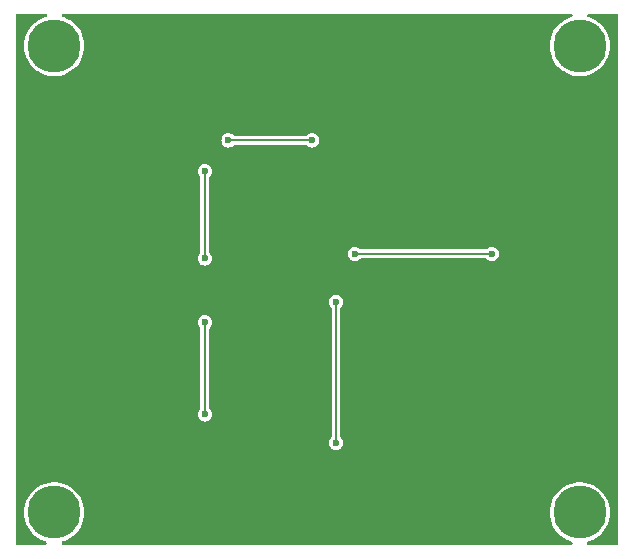
<source format=gbl>
G04 #@! TF.GenerationSoftware,KiCad,Pcbnew,7.0.4*
G04 #@! TF.CreationDate,2023-08-12T12:22:54+02:00*
G04 #@! TF.ProjectId,NB3_power,4e42335f-706f-4776-9572-2e6b69636164,0.0.4*
G04 #@! TF.SameCoordinates,PX7bfa480PY7c37510*
G04 #@! TF.FileFunction,Copper,L2,Bot*
G04 #@! TF.FilePolarity,Positive*
%FSLAX46Y46*%
G04 Gerber Fmt 4.6, Leading zero omitted, Abs format (unit mm)*
G04 Created by KiCad (PCBNEW 7.0.4) date 2023-08-12 12:22:54*
%MOMM*%
%LPD*%
G01*
G04 APERTURE LIST*
G04 #@! TA.AperFunction,WasherPad*
%ADD10C,4.500000*%
G04 #@! TD*
G04 #@! TA.AperFunction,ComponentPad*
%ADD11C,0.500000*%
G04 #@! TD*
G04 #@! TA.AperFunction,SMDPad,CuDef*
%ADD12R,1.800000X4.400000*%
G04 #@! TD*
G04 #@! TA.AperFunction,ViaPad*
%ADD13C,0.600000*%
G04 #@! TD*
G04 #@! TA.AperFunction,Conductor*
%ADD14C,0.150000*%
G04 #@! TD*
G04 APERTURE END LIST*
D10*
X3250000Y2750000D03*
X47750000Y42250000D03*
X47750000Y2750000D03*
X3250000Y42250000D03*
D11*
X30600000Y23850000D03*
X30600000Y22550000D03*
X30600000Y21250000D03*
X30600000Y19950000D03*
D12*
X31250000Y21900000D03*
D11*
X31900000Y23850000D03*
X31900000Y22550000D03*
X31900000Y21250000D03*
X31900000Y19950000D03*
D13*
X31250000Y18400000D03*
X20000000Y25650000D03*
X30500000Y34837500D03*
X42500000Y15250000D03*
X29500000Y36750000D03*
X31250000Y15150000D03*
X25000000Y17650000D03*
X1250000Y37750000D03*
X31750000Y25900000D03*
X20000000Y17650000D03*
X43500000Y15250000D03*
X23500000Y36750000D03*
X30000000Y15150000D03*
X32000000Y34837500D03*
X25000000Y25650000D03*
X1250000Y28750000D03*
X30500000Y25900000D03*
X22500000Y25650000D03*
X32500000Y15150000D03*
X22500000Y17650000D03*
X25100000Y34250000D03*
X18000000Y34250000D03*
X16000000Y11050000D03*
X16000000Y31650000D03*
X16000000Y18850000D03*
X16000000Y24250000D03*
X40300000Y24650000D03*
X28700000Y24650000D03*
X27100000Y8650000D03*
X27100000Y20565000D03*
D14*
X25100000Y34250000D02*
X18000000Y34250000D01*
X16000000Y31650000D02*
X16000000Y24250000D01*
X16000000Y11050000D02*
X16000000Y18850000D01*
X40300000Y24650000D02*
X28700000Y24650000D01*
X27100000Y8650000D02*
X27100000Y20565000D01*
G04 #@! TA.AperFunction,Conductor*
G36*
X2558948Y44969538D02*
G01*
X2613486Y44915000D01*
X2633448Y44840500D01*
X2613486Y44766000D01*
X2558948Y44711462D01*
X2521505Y44696183D01*
X2490934Y44688334D01*
X2460300Y44680468D01*
X2460294Y44680466D01*
X2161907Y44562326D01*
X2161900Y44562323D01*
X1880673Y44407718D01*
X1621032Y44219077D01*
X1387089Y43999391D01*
X1182518Y43752105D01*
X1010564Y43481149D01*
X1010561Y43481142D01*
X873916Y43190758D01*
X774744Y42885538D01*
X714608Y42570294D01*
X694457Y42250000D01*
X714608Y41929706D01*
X774744Y41614462D01*
X873916Y41309242D01*
X873919Y41309236D01*
X1010564Y41018852D01*
X1182518Y40747896D01*
X1182522Y40747890D01*
X1387089Y40500610D01*
X1621036Y40280920D01*
X1828744Y40130012D01*
X1880673Y40092283D01*
X2038755Y40005377D01*
X2161903Y39937676D01*
X2460294Y39819534D01*
X2771139Y39739723D01*
X3089536Y39699500D01*
X3410464Y39699500D01*
X3728861Y39739723D01*
X4039706Y39819534D01*
X4338097Y39937676D01*
X4619328Y40092284D01*
X4878964Y40280920D01*
X5112911Y40500610D01*
X5317478Y40747890D01*
X5489439Y41018858D01*
X5626084Y41309242D01*
X5725256Y41614462D01*
X5785392Y41929706D01*
X5805543Y42250000D01*
X5785392Y42570294D01*
X5725256Y42885538D01*
X5626084Y43190758D01*
X5489439Y43481142D01*
X5317478Y43752110D01*
X5112911Y43999390D01*
X4878964Y44219080D01*
X4723182Y44332262D01*
X4619326Y44407718D01*
X4338099Y44562323D01*
X4338092Y44562326D01*
X4323505Y44568102D01*
X4039706Y44680466D01*
X4039701Y44680468D01*
X4039699Y44680468D01*
X4020935Y44685286D01*
X3978496Y44696182D01*
X3911302Y44734043D01*
X3872041Y44800431D01*
X3871233Y44877554D01*
X3909095Y44944750D01*
X3975483Y44984011D01*
X4015552Y44989500D01*
X46984448Y44989500D01*
X47058948Y44969538D01*
X47113486Y44915000D01*
X47133448Y44840500D01*
X47113486Y44766000D01*
X47058948Y44711462D01*
X47021505Y44696183D01*
X46990934Y44688334D01*
X46960300Y44680468D01*
X46960294Y44680466D01*
X46661907Y44562326D01*
X46661900Y44562323D01*
X46380673Y44407718D01*
X46121032Y44219077D01*
X45887089Y43999391D01*
X45682518Y43752105D01*
X45510564Y43481149D01*
X45510561Y43481142D01*
X45373916Y43190758D01*
X45274744Y42885538D01*
X45214608Y42570294D01*
X45194457Y42250000D01*
X45214608Y41929706D01*
X45274744Y41614462D01*
X45373916Y41309242D01*
X45373919Y41309236D01*
X45510564Y41018852D01*
X45682518Y40747896D01*
X45682522Y40747890D01*
X45887089Y40500610D01*
X46121036Y40280920D01*
X46328744Y40130012D01*
X46380673Y40092283D01*
X46538755Y40005377D01*
X46661903Y39937676D01*
X46960294Y39819534D01*
X47271139Y39739723D01*
X47589536Y39699500D01*
X47910464Y39699500D01*
X48228861Y39739723D01*
X48539706Y39819534D01*
X48838097Y39937676D01*
X49119328Y40092284D01*
X49378964Y40280920D01*
X49612911Y40500610D01*
X49817478Y40747890D01*
X49989439Y41018858D01*
X50126084Y41309242D01*
X50225256Y41614462D01*
X50285392Y41929706D01*
X50305543Y42250000D01*
X50285392Y42570294D01*
X50225256Y42885538D01*
X50126084Y43190758D01*
X49989439Y43481142D01*
X49817478Y43752110D01*
X49612911Y43999390D01*
X49378964Y44219080D01*
X49223182Y44332262D01*
X49119326Y44407718D01*
X48838099Y44562323D01*
X48838092Y44562326D01*
X48823505Y44568102D01*
X48539706Y44680466D01*
X48539701Y44680468D01*
X48539699Y44680468D01*
X48520935Y44685286D01*
X48478496Y44696182D01*
X48411302Y44734043D01*
X48372041Y44800431D01*
X48371233Y44877554D01*
X48409095Y44944750D01*
X48475483Y44984011D01*
X48515552Y44989500D01*
X50840500Y44989500D01*
X50915000Y44969538D01*
X50969538Y44915000D01*
X50989500Y44840500D01*
X50989500Y159500D01*
X50969538Y85000D01*
X50915000Y30462D01*
X50840500Y10500D01*
X48515552Y10500D01*
X48441052Y30462D01*
X48386514Y85000D01*
X48366552Y159500D01*
X48386514Y234000D01*
X48441052Y288538D01*
X48478494Y303818D01*
X48539706Y319534D01*
X48838097Y437676D01*
X49119328Y592284D01*
X49378964Y780920D01*
X49612911Y1000610D01*
X49817478Y1247890D01*
X49989439Y1518858D01*
X50126084Y1809242D01*
X50225256Y2114462D01*
X50285392Y2429706D01*
X50305543Y2750000D01*
X50285392Y3070294D01*
X50225256Y3385538D01*
X50126084Y3690758D01*
X49989439Y3981142D01*
X49817478Y4252110D01*
X49612911Y4499390D01*
X49378964Y4719080D01*
X49223182Y4832262D01*
X49119326Y4907718D01*
X48838099Y5062323D01*
X48838092Y5062326D01*
X48823505Y5068102D01*
X48539706Y5180466D01*
X48228861Y5260277D01*
X48228860Y5260278D01*
X48228857Y5260278D01*
X47910465Y5300500D01*
X47910464Y5300500D01*
X47589536Y5300500D01*
X47589534Y5300500D01*
X47271142Y5260278D01*
X46960297Y5180467D01*
X46960294Y5180466D01*
X46661907Y5062326D01*
X46661900Y5062323D01*
X46380673Y4907718D01*
X46121032Y4719077D01*
X45887089Y4499391D01*
X45682518Y4252105D01*
X45510564Y3981149D01*
X45510561Y3981142D01*
X45373916Y3690758D01*
X45274744Y3385538D01*
X45214608Y3070294D01*
X45194457Y2750000D01*
X45214608Y2429706D01*
X45274744Y2114462D01*
X45373916Y1809242D01*
X45373919Y1809236D01*
X45510564Y1518852D01*
X45682518Y1247896D01*
X45682522Y1247890D01*
X45887089Y1000610D01*
X46121036Y780920D01*
X46328744Y630012D01*
X46380673Y592283D01*
X46538755Y505377D01*
X46661903Y437676D01*
X46960294Y319534D01*
X47021503Y303819D01*
X47088698Y265957D01*
X47127959Y199569D01*
X47128767Y122446D01*
X47090905Y55250D01*
X47024517Y15989D01*
X46984448Y10500D01*
X4015552Y10500D01*
X3941052Y30462D01*
X3886514Y85000D01*
X3866552Y159500D01*
X3886514Y234000D01*
X3941052Y288538D01*
X3978494Y303818D01*
X4039706Y319534D01*
X4338097Y437676D01*
X4619328Y592284D01*
X4878964Y780920D01*
X5112911Y1000610D01*
X5317478Y1247890D01*
X5489439Y1518858D01*
X5626084Y1809242D01*
X5725256Y2114462D01*
X5785392Y2429706D01*
X5805543Y2750000D01*
X5785392Y3070294D01*
X5725256Y3385538D01*
X5626084Y3690758D01*
X5489439Y3981142D01*
X5317478Y4252110D01*
X5112911Y4499390D01*
X4878964Y4719080D01*
X4723182Y4832262D01*
X4619326Y4907718D01*
X4338099Y5062323D01*
X4338092Y5062326D01*
X4323505Y5068102D01*
X4039706Y5180466D01*
X3728861Y5260277D01*
X3728860Y5260278D01*
X3728857Y5260278D01*
X3410465Y5300500D01*
X3410464Y5300500D01*
X3089536Y5300500D01*
X3089534Y5300500D01*
X2771142Y5260278D01*
X2460297Y5180467D01*
X2460294Y5180466D01*
X2161907Y5062326D01*
X2161900Y5062323D01*
X1880673Y4907718D01*
X1621032Y4719077D01*
X1387089Y4499391D01*
X1182518Y4252105D01*
X1010564Y3981149D01*
X1010561Y3981142D01*
X873916Y3690758D01*
X774744Y3385538D01*
X714608Y3070294D01*
X694457Y2750000D01*
X714608Y2429706D01*
X774744Y2114462D01*
X873916Y1809242D01*
X873919Y1809236D01*
X1010564Y1518852D01*
X1182518Y1247896D01*
X1182522Y1247890D01*
X1387089Y1000610D01*
X1621036Y780920D01*
X1828744Y630012D01*
X1880673Y592283D01*
X2038755Y505377D01*
X2161903Y437676D01*
X2460294Y319534D01*
X2521503Y303819D01*
X2588698Y265957D01*
X2627959Y199569D01*
X2628767Y122446D01*
X2590905Y55250D01*
X2524517Y15989D01*
X2484448Y10500D01*
X159500Y10500D01*
X85000Y30462D01*
X30462Y85000D01*
X10500Y159500D01*
X10500Y8649998D01*
X26494318Y8649998D01*
X26514954Y8493243D01*
X26575463Y8347160D01*
X26575464Y8347159D01*
X26671718Y8221718D01*
X26797159Y8125464D01*
X26943238Y8064956D01*
X26943241Y8064956D01*
X26943243Y8064955D01*
X26943240Y8064955D01*
X27099997Y8044318D01*
X27100000Y8044318D01*
X27100003Y8044318D01*
X27256757Y8064955D01*
X27256758Y8064956D01*
X27256762Y8064956D01*
X27402841Y8125464D01*
X27528282Y8221718D01*
X27624536Y8347159D01*
X27685044Y8493238D01*
X27705682Y8650000D01*
X27685044Y8806762D01*
X27624536Y8952841D01*
X27528282Y9078282D01*
X27521376Y9085188D01*
X27523567Y9087380D01*
X27486842Y9135243D01*
X27475500Y9192262D01*
X27475500Y20022739D01*
X27495462Y20097239D01*
X27522792Y20128403D01*
X27521379Y20129816D01*
X27528273Y20136712D01*
X27528282Y20136718D01*
X27624536Y20262159D01*
X27685044Y20408238D01*
X27705682Y20565000D01*
X27685044Y20721762D01*
X27624536Y20867841D01*
X27528282Y20993282D01*
X27402841Y21089536D01*
X27402840Y21089537D01*
X27322944Y21122631D01*
X27256762Y21150044D01*
X27256760Y21150045D01*
X27256756Y21150046D01*
X27256759Y21150046D01*
X27100003Y21170682D01*
X27099997Y21170682D01*
X26943242Y21150046D01*
X26797159Y21089537D01*
X26671718Y20993283D01*
X26671717Y20993282D01*
X26575463Y20867841D01*
X26514954Y20721758D01*
X26494318Y20565003D01*
X26494318Y20564998D01*
X26514954Y20408243D01*
X26575463Y20262160D01*
X26575464Y20262159D01*
X26671718Y20136718D01*
X26671722Y20136715D01*
X26678621Y20129816D01*
X26676428Y20127624D01*
X26713155Y20079767D01*
X26724500Y20022739D01*
X26724500Y9192262D01*
X26704538Y9117762D01*
X26677210Y9086602D01*
X26678624Y9085188D01*
X26671717Y9078282D01*
X26575463Y8952841D01*
X26514954Y8806758D01*
X26494318Y8650003D01*
X26494318Y8649998D01*
X10500Y8649998D01*
X10500Y11049998D01*
X15394318Y11049998D01*
X15414954Y10893243D01*
X15475463Y10747160D01*
X15475464Y10747159D01*
X15571718Y10621718D01*
X15697159Y10525464D01*
X15843238Y10464956D01*
X15843241Y10464956D01*
X15843243Y10464955D01*
X15843240Y10464955D01*
X15999997Y10444318D01*
X16000000Y10444318D01*
X16000003Y10444318D01*
X16156757Y10464955D01*
X16156758Y10464956D01*
X16156762Y10464956D01*
X16302841Y10525464D01*
X16428282Y10621718D01*
X16524536Y10747159D01*
X16585044Y10893238D01*
X16605682Y11050000D01*
X16585044Y11206762D01*
X16524536Y11352841D01*
X16428282Y11478282D01*
X16421376Y11485188D01*
X16423567Y11487380D01*
X16386842Y11535243D01*
X16375500Y11592262D01*
X16375500Y18307739D01*
X16395462Y18382239D01*
X16422792Y18413403D01*
X16421379Y18414816D01*
X16428273Y18421712D01*
X16428282Y18421718D01*
X16524536Y18547159D01*
X16585044Y18693238D01*
X16605682Y18850000D01*
X16585044Y19006762D01*
X16524536Y19152841D01*
X16428282Y19278282D01*
X16302841Y19374536D01*
X16302840Y19374537D01*
X16222944Y19407631D01*
X16156762Y19435044D01*
X16156760Y19435045D01*
X16156756Y19435046D01*
X16156759Y19435046D01*
X16000003Y19455682D01*
X15999997Y19455682D01*
X15843242Y19435046D01*
X15697159Y19374537D01*
X15571718Y19278283D01*
X15571717Y19278282D01*
X15475463Y19152841D01*
X15414954Y19006758D01*
X15394318Y18850003D01*
X15394318Y18849998D01*
X15414954Y18693243D01*
X15475463Y18547160D01*
X15475464Y18547159D01*
X15571718Y18421718D01*
X15571722Y18421715D01*
X15578621Y18414816D01*
X15576428Y18412624D01*
X15613155Y18364767D01*
X15624500Y18307739D01*
X15624500Y11592262D01*
X15604538Y11517762D01*
X15577210Y11486602D01*
X15578624Y11485188D01*
X15571717Y11478282D01*
X15475463Y11352841D01*
X15414954Y11206758D01*
X15394318Y11050003D01*
X15394318Y11049998D01*
X10500Y11049998D01*
X10500Y24249998D01*
X15394318Y24249998D01*
X15414954Y24093243D01*
X15475463Y23947160D01*
X15475464Y23947159D01*
X15571718Y23821718D01*
X15697159Y23725464D01*
X15843238Y23664956D01*
X15843241Y23664956D01*
X15843243Y23664955D01*
X15843240Y23664955D01*
X15999997Y23644318D01*
X16000000Y23644318D01*
X16000003Y23644318D01*
X16156757Y23664955D01*
X16156758Y23664956D01*
X16156762Y23664956D01*
X16302841Y23725464D01*
X16428282Y23821718D01*
X16524536Y23947159D01*
X16585044Y24093238D01*
X16602580Y24226433D01*
X16605682Y24249998D01*
X16605682Y24250003D01*
X16585045Y24406758D01*
X16585044Y24406760D01*
X16585044Y24406762D01*
X16524536Y24552841D01*
X16449985Y24649998D01*
X28094318Y24649998D01*
X28114954Y24493243D01*
X28175463Y24347160D01*
X28250017Y24250000D01*
X28271718Y24221718D01*
X28397159Y24125464D01*
X28543238Y24064956D01*
X28543241Y24064956D01*
X28543243Y24064955D01*
X28543240Y24064955D01*
X28699997Y24044318D01*
X28700000Y24044318D01*
X28700003Y24044318D01*
X28856757Y24064955D01*
X28856758Y24064956D01*
X28856762Y24064956D01*
X29002841Y24125464D01*
X29128282Y24221718D01*
X29128285Y24221723D01*
X29135188Y24228624D01*
X29137379Y24226433D01*
X29185243Y24263158D01*
X29242262Y24274500D01*
X39757738Y24274500D01*
X39832238Y24254538D01*
X39863398Y24227211D01*
X39864812Y24228624D01*
X39871717Y24221719D01*
X39871718Y24221718D01*
X39997159Y24125464D01*
X40143238Y24064956D01*
X40143241Y24064956D01*
X40143243Y24064955D01*
X40143240Y24064955D01*
X40299997Y24044318D01*
X40300000Y24044318D01*
X40300003Y24044318D01*
X40456757Y24064955D01*
X40456758Y24064956D01*
X40456762Y24064956D01*
X40602841Y24125464D01*
X40728282Y24221718D01*
X40824536Y24347159D01*
X40885044Y24493238D01*
X40905682Y24650000D01*
X40885044Y24806762D01*
X40824536Y24952841D01*
X40728282Y25078282D01*
X40602841Y25174536D01*
X40602840Y25174537D01*
X40522944Y25207631D01*
X40456762Y25235044D01*
X40456760Y25235045D01*
X40456756Y25235046D01*
X40456759Y25235046D01*
X40300003Y25255682D01*
X40299997Y25255682D01*
X40143242Y25235046D01*
X39997159Y25174537D01*
X39871718Y25078283D01*
X39864812Y25071376D01*
X39862620Y25073568D01*
X39814757Y25036842D01*
X39757738Y25025500D01*
X29242262Y25025500D01*
X29167762Y25045462D01*
X29136601Y25072790D01*
X29135188Y25071376D01*
X29128281Y25078283D01*
X29002840Y25174537D01*
X28922944Y25207631D01*
X28856762Y25235044D01*
X28856760Y25235045D01*
X28856756Y25235046D01*
X28856759Y25235046D01*
X28700003Y25255682D01*
X28699997Y25255682D01*
X28543242Y25235046D01*
X28397159Y25174537D01*
X28271718Y25078283D01*
X28271717Y25078282D01*
X28175463Y24952841D01*
X28114954Y24806758D01*
X28094318Y24650003D01*
X28094318Y24649998D01*
X16449985Y24649998D01*
X16428282Y24678282D01*
X16421376Y24685188D01*
X16423567Y24687380D01*
X16386842Y24735243D01*
X16375500Y24792262D01*
X16375500Y31107739D01*
X16395462Y31182239D01*
X16422792Y31213403D01*
X16421379Y31214816D01*
X16428273Y31221712D01*
X16428282Y31221718D01*
X16524536Y31347159D01*
X16585044Y31493238D01*
X16605682Y31650000D01*
X16585044Y31806762D01*
X16524536Y31952841D01*
X16428282Y32078282D01*
X16302841Y32174536D01*
X16302840Y32174537D01*
X16222944Y32207631D01*
X16156762Y32235044D01*
X16156760Y32235045D01*
X16156756Y32235046D01*
X16156759Y32235046D01*
X16000003Y32255682D01*
X15999997Y32255682D01*
X15843242Y32235046D01*
X15697159Y32174537D01*
X15571718Y32078283D01*
X15571717Y32078282D01*
X15475463Y31952841D01*
X15414954Y31806758D01*
X15394318Y31650003D01*
X15394318Y31649998D01*
X15414954Y31493243D01*
X15475463Y31347160D01*
X15475464Y31347159D01*
X15571718Y31221718D01*
X15571722Y31221715D01*
X15578621Y31214816D01*
X15576428Y31212624D01*
X15613155Y31164767D01*
X15624500Y31107739D01*
X15624500Y24792262D01*
X15604538Y24717762D01*
X15577210Y24686602D01*
X15578624Y24685188D01*
X15571717Y24678282D01*
X15475463Y24552841D01*
X15414954Y24406758D01*
X15394318Y24250003D01*
X15394318Y24249998D01*
X10500Y24249998D01*
X10500Y34249998D01*
X17394318Y34249998D01*
X17414954Y34093243D01*
X17475463Y33947160D01*
X17475464Y33947159D01*
X17571718Y33821718D01*
X17697159Y33725464D01*
X17843238Y33664956D01*
X17843241Y33664956D01*
X17843243Y33664955D01*
X17843240Y33664955D01*
X17999997Y33644318D01*
X18000000Y33644318D01*
X18000003Y33644318D01*
X18156757Y33664955D01*
X18156758Y33664956D01*
X18156762Y33664956D01*
X18302841Y33725464D01*
X18428282Y33821718D01*
X18428285Y33821723D01*
X18435188Y33828624D01*
X18437379Y33826433D01*
X18485243Y33863158D01*
X18542262Y33874500D01*
X24557738Y33874500D01*
X24632238Y33854538D01*
X24663398Y33827211D01*
X24664812Y33828624D01*
X24671717Y33821719D01*
X24671718Y33821718D01*
X24797159Y33725464D01*
X24943238Y33664956D01*
X24943241Y33664956D01*
X24943243Y33664955D01*
X24943240Y33664955D01*
X25099997Y33644318D01*
X25100000Y33644318D01*
X25100003Y33644318D01*
X25256757Y33664955D01*
X25256758Y33664956D01*
X25256762Y33664956D01*
X25402841Y33725464D01*
X25528282Y33821718D01*
X25624536Y33947159D01*
X25685044Y34093238D01*
X25705682Y34250000D01*
X25685044Y34406762D01*
X25624536Y34552841D01*
X25528282Y34678282D01*
X25402841Y34774536D01*
X25402840Y34774537D01*
X25322944Y34807631D01*
X25256762Y34835044D01*
X25256760Y34835045D01*
X25256756Y34835046D01*
X25256759Y34835046D01*
X25100003Y34855682D01*
X25099997Y34855682D01*
X24943242Y34835046D01*
X24797159Y34774537D01*
X24671718Y34678283D01*
X24664812Y34671376D01*
X24662620Y34673568D01*
X24614757Y34636842D01*
X24557738Y34625500D01*
X18542262Y34625500D01*
X18467762Y34645462D01*
X18436601Y34672790D01*
X18435188Y34671376D01*
X18428281Y34678283D01*
X18302840Y34774537D01*
X18222944Y34807631D01*
X18156762Y34835044D01*
X18156760Y34835045D01*
X18156756Y34835046D01*
X18156759Y34835046D01*
X18000003Y34855682D01*
X17999997Y34855682D01*
X17843242Y34835046D01*
X17697159Y34774537D01*
X17571718Y34678283D01*
X17571717Y34678282D01*
X17475463Y34552841D01*
X17414954Y34406758D01*
X17394318Y34250003D01*
X17394318Y34249998D01*
X10500Y34249998D01*
X10500Y44840500D01*
X30462Y44915000D01*
X85000Y44969538D01*
X159500Y44989500D01*
X2484448Y44989500D01*
X2558948Y44969538D01*
G37*
G04 #@! TD.AperFunction*
M02*

</source>
